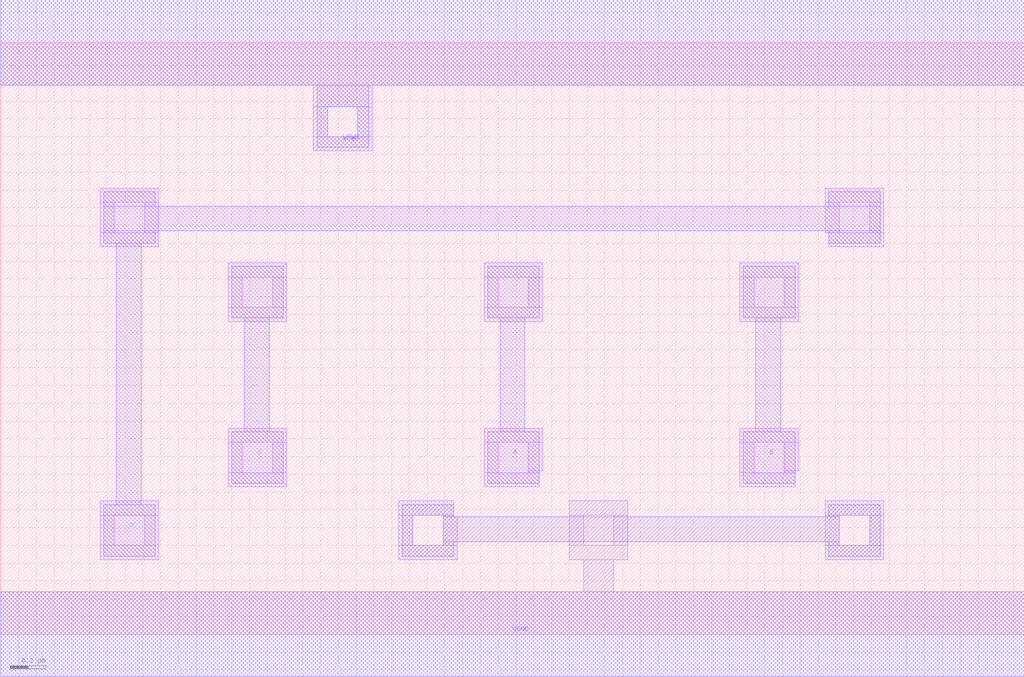
<source format=lef>
VERSION 5.7 ;
  NOWIREEXTENSIONATPIN ON ;
  DIVIDERCHAR "/" ;
  BUSBITCHARS "[]" ;
MACRO OAI21X1
  CLASS CORE ;
  FOREIGN OAI21X1 ;
  ORIGIN 0.000 0.000 ;
  SIZE 5.760 BY 3.330 ;
  SYMMETRY X Y R90 ;
  SITE unit ;
  PIN VPWR
    DIRECTION INOUT ;
    USE POWER ;
    SHAPE ABUTMENT ;
    PORT
      LAYER met1 ;
        RECT 0.000 3.090 5.760 3.570 ;
        RECT 1.780 2.970 2.070 3.090 ;
        RECT 1.780 2.800 1.840 2.970 ;
        RECT 2.010 2.800 2.070 2.970 ;
        RECT 1.780 2.740 2.070 2.800 ;
    END
    PORT
      LAYER li1 ;
        RECT 0.000 3.090 5.760 3.570 ;
        RECT 1.760 2.970 2.090 3.090 ;
        RECT 1.760 2.800 1.840 2.970 ;
        RECT 2.010 2.800 2.090 2.970 ;
        RECT 1.760 2.720 2.090 2.800 ;
    END
  END VPWR
  PIN VGND
    DIRECTION INOUT ;
    USE GROUND ;
    SHAPE ABUTMENT ;
    PORT
      LAYER met1 ;
        RECT 0.000 -0.240 5.760 0.240 ;
    END
    PORT
      LAYER li1 ;
        RECT 3.200 0.670 3.530 0.750 ;
        RECT 3.200 0.500 3.280 0.670 ;
        RECT 3.450 0.500 3.530 0.670 ;
        RECT 3.200 0.420 3.530 0.500 ;
        RECT 3.280 0.240 3.450 0.420 ;
        RECT 0.000 -0.240 5.760 0.240 ;
    END
  END VGND
  PIN Y
    DIRECTION INOUT ;
    USE SIGNAL ;
    SHAPE ABUTMENT ;
    PORT
      LAYER met1 ;
        RECT 0.580 2.410 0.870 2.490 ;
        RECT 4.660 2.410 4.950 2.490 ;
        RECT 0.580 2.270 4.950 2.410 ;
        RECT 0.580 2.200 0.870 2.270 ;
        RECT 4.660 2.200 4.950 2.270 ;
        RECT 0.650 0.730 0.790 2.200 ;
        RECT 0.580 0.440 0.870 0.730 ;
    END
  END Y
  PIN C
    DIRECTION INOUT ;
    USE SIGNAL ;
    SHAPE ABUTMENT ;
    PORT
      LAYER met1 ;
        RECT 1.300 1.780 1.590 2.070 ;
        RECT 1.370 1.140 1.510 1.780 ;
        RECT 1.300 0.850 1.590 1.140 ;
    END
  END C
  PIN A
    DIRECTION INOUT ;
    USE SIGNAL ;
    SHAPE ABUTMENT ;
    PORT
      LAYER met1 ;
        RECT 2.740 1.780 3.030 2.070 ;
        RECT 2.810 1.140 2.950 1.780 ;
        RECT 2.740 0.850 3.030 1.140 ;
    END
  END A
  PIN B
    DIRECTION INOUT ;
    USE SIGNAL ;
    SHAPE ABUTMENT ;
    PORT
      LAYER met1 ;
        RECT 4.180 1.780 4.470 2.070 ;
        RECT 4.250 1.140 4.390 1.780 ;
        RECT 4.180 0.850 4.470 1.140 ;
    END
  END B
  OBS
      LAYER li1 ;
        RECT 0.560 2.430 0.890 2.510 ;
        RECT 0.560 2.260 0.640 2.430 ;
        RECT 0.810 2.260 0.890 2.430 ;
        RECT 4.640 2.430 4.970 2.510 ;
        RECT 4.640 2.260 4.720 2.430 ;
        RECT 4.890 2.260 4.970 2.430 ;
        RECT 0.560 2.180 0.890 2.260 ;
        RECT 4.660 2.180 4.970 2.260 ;
        RECT 1.280 2.010 1.610 2.090 ;
        RECT 1.280 1.840 1.360 2.010 ;
        RECT 1.530 1.840 1.610 2.010 ;
        RECT 1.280 1.760 1.610 1.840 ;
        RECT 2.720 2.010 3.050 2.090 ;
        RECT 2.720 1.840 2.800 2.010 ;
        RECT 2.970 1.840 3.050 2.010 ;
        RECT 2.720 1.760 3.050 1.840 ;
        RECT 4.160 2.010 4.490 2.090 ;
        RECT 4.160 1.840 4.240 2.010 ;
        RECT 4.410 1.840 4.490 2.010 ;
        RECT 4.160 1.760 4.490 1.840 ;
        RECT 1.280 1.080 1.610 1.160 ;
        RECT 1.280 0.910 1.360 1.080 ;
        RECT 1.530 0.910 1.610 1.080 ;
        RECT 1.280 0.830 1.610 0.910 ;
        RECT 2.720 1.080 3.050 1.160 ;
        RECT 2.720 0.910 2.800 1.080 ;
        RECT 2.970 0.920 3.050 1.080 ;
        RECT 4.160 1.080 4.490 1.160 ;
        RECT 2.970 0.910 3.030 0.920 ;
        RECT 2.720 0.830 3.030 0.910 ;
        RECT 4.160 0.910 4.240 1.080 ;
        RECT 4.410 0.920 4.490 1.080 ;
        RECT 4.410 0.910 4.470 0.920 ;
        RECT 4.160 0.830 4.470 0.910 ;
        RECT 0.560 0.670 0.890 0.750 ;
        RECT 0.560 0.500 0.640 0.670 ;
        RECT 0.810 0.500 0.890 0.670 ;
        RECT 0.560 0.420 0.890 0.500 ;
        RECT 2.240 0.670 2.550 0.750 ;
        RECT 2.240 0.500 2.320 0.670 ;
        RECT 2.490 0.660 2.550 0.670 ;
        RECT 4.640 0.670 4.970 0.750 ;
        RECT 2.490 0.500 2.570 0.660 ;
        RECT 2.240 0.420 2.570 0.500 ;
        RECT 4.640 0.500 4.720 0.670 ;
        RECT 4.890 0.500 4.970 0.670 ;
        RECT 4.640 0.420 4.970 0.500 ;
      LAYER met1 ;
        RECT 2.260 0.670 2.550 0.730 ;
        RECT 2.260 0.500 2.320 0.670 ;
        RECT 2.490 0.660 2.550 0.670 ;
        RECT 4.660 0.670 4.950 0.730 ;
        RECT 4.660 0.660 4.720 0.670 ;
        RECT 2.490 0.520 4.720 0.660 ;
        RECT 2.490 0.500 2.550 0.520 ;
        RECT 2.260 0.440 2.550 0.500 ;
        RECT 4.660 0.500 4.720 0.520 ;
        RECT 4.890 0.500 4.950 0.670 ;
        RECT 4.660 0.440 4.950 0.500 ;
  END
END OAI21X1
END LIBRARY


</source>
